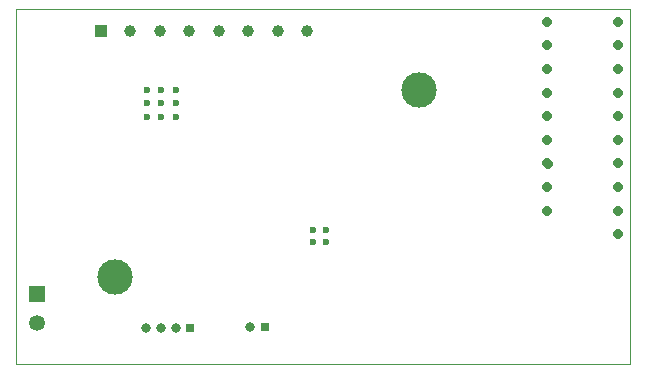
<source format=gbr>
G04 #@! TF.FileFunction,Soldermask,Bot*
%FSLAX46Y46*%
G04 Gerber Fmt 4.6, Leading zero omitted, Abs format (unit mm)*
G04 Created by KiCad (PCBNEW 4.0.2+dfsg1-stable) date mer 23 gen 2019 10:30:30 CET*
%MOMM*%
G01*
G04 APERTURE LIST*
%ADD10C,0.100000*%
%ADD11C,0.863600*%
%ADD12R,1.000000X1.000000*%
%ADD13C,1.000000*%
%ADD14R,0.800000X0.800000*%
%ADD15O,0.800000X0.800000*%
%ADD16R,1.350000X1.350000*%
%ADD17C,1.350000*%
%ADD18C,0.600000*%
%ADD19C,3.000000*%
G04 APERTURE END LIST*
D10*
X173697120Y-70957440D02*
X121697120Y-70957440D01*
X173697120Y-100957440D02*
X173697120Y-70957440D01*
X121697120Y-100957440D02*
X173697120Y-100957440D01*
X121697120Y-70957440D02*
X121697120Y-100957440D01*
D11*
X166657020Y-82014060D02*
X166657020Y-82014060D01*
X166657020Y-84013040D02*
X166657020Y-84013040D01*
X166730680Y-84046060D02*
X166730680Y-84046060D01*
X166657020Y-86014560D02*
X166657020Y-86014560D01*
X166657020Y-88013540D02*
X166657020Y-88013540D01*
X172656500Y-88013540D02*
X172656500Y-88013540D01*
X172656500Y-86014560D02*
X172656500Y-86014560D01*
X172656500Y-84013040D02*
X172656500Y-84013040D01*
X172656500Y-82014060D02*
X172656500Y-82014060D01*
X172656500Y-80015080D02*
X172656500Y-80015080D01*
X172656500Y-78013560D02*
X172656500Y-78013560D01*
X172656500Y-76014580D02*
X172656500Y-76014580D01*
X172656500Y-74013060D02*
X172656500Y-74013060D01*
X172656500Y-72014080D02*
X172656500Y-72014080D01*
X166657020Y-72014080D02*
X166657020Y-72014080D01*
X166657020Y-74013060D02*
X166657020Y-74013060D01*
X166657020Y-76014580D02*
X166657020Y-76014580D01*
X166657020Y-78013560D02*
X166657020Y-78013560D01*
X166657020Y-80015080D02*
X166657020Y-80015080D01*
X172656500Y-90015060D02*
X172656500Y-90015060D01*
D12*
X128856740Y-72787320D03*
D13*
X131356740Y-72787320D03*
X133856740Y-72787320D03*
X136356740Y-72787320D03*
X138856740Y-72787320D03*
X141356740Y-72787320D03*
X143856740Y-72787320D03*
X146356740Y-72787320D03*
D14*
X136472620Y-97914460D03*
D15*
X135222620Y-97914460D03*
X133972620Y-97914460D03*
X132722620Y-97914460D03*
D16*
X123489720Y-95041720D03*
D17*
X123489720Y-97541720D03*
D14*
X142801340Y-97824100D03*
D15*
X141551340Y-97824100D03*
D18*
X147931980Y-90656380D03*
X146814380Y-90656380D03*
X147931980Y-89640380D03*
X146814380Y-89640380D03*
X135216922Y-80104356D03*
X133997722Y-80104356D03*
X132778522Y-80104356D03*
X135216922Y-78935956D03*
X133997722Y-78935956D03*
X132778522Y-78935956D03*
X135216922Y-77818356D03*
X133997722Y-77818356D03*
X132778522Y-77818356D03*
D19*
X130060700Y-93647260D03*
X155851860Y-77790040D03*
M02*

</source>
